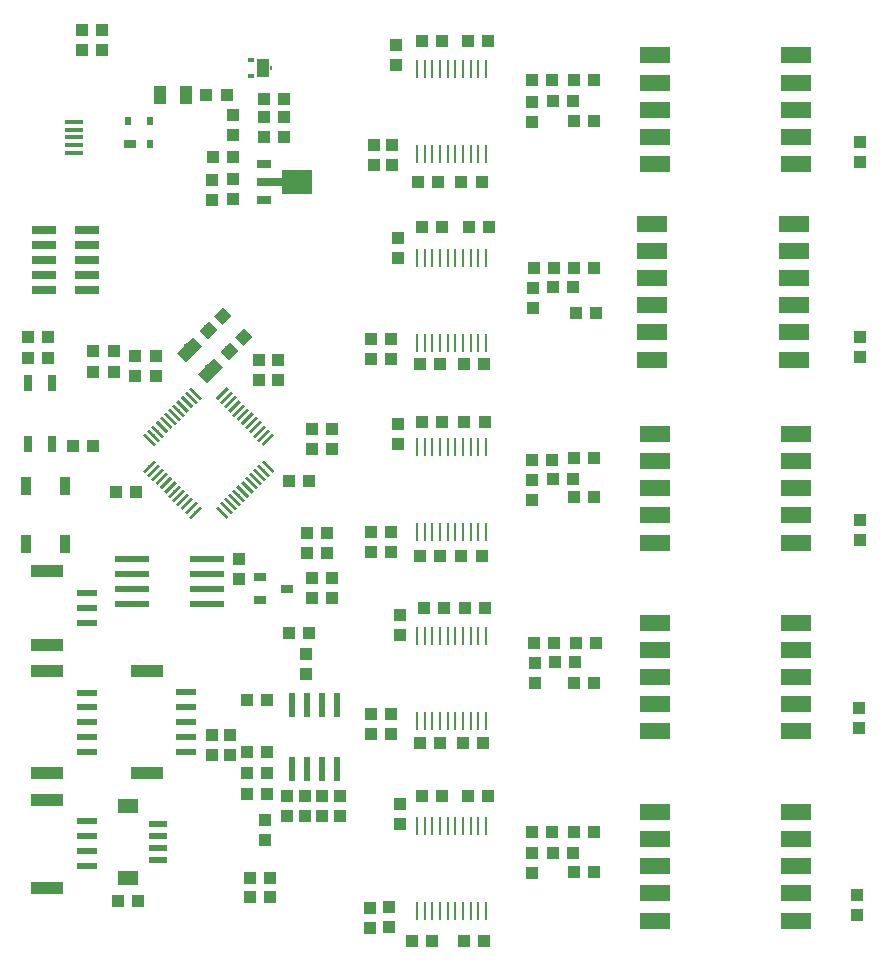
<source format=gbr>
G04 #@! TF.GenerationSoftware,KiCad,Pcbnew,(5.0.0)*
G04 #@! TF.CreationDate,2018-12-31T13:47:14-06:00*
G04 #@! TF.ProjectId,fk-atlas,666B2D61746C61732E6B696361645F70,rev?*
G04 #@! TF.SameCoordinates,Original*
G04 #@! TF.FileFunction,Paste,Top*
G04 #@! TF.FilePolarity,Positive*
%FSLAX46Y46*%
G04 Gerber Fmt 4.6, Leading zero omitted, Abs format (unit mm)*
G04 Created by KiCad (PCBNEW (5.0.0)) date 12/31/18 13:47:14*
%MOMM*%
%LPD*%
G01*
G04 APERTURE LIST*
%ADD10R,1.000000X1.100000*%
%ADD11R,1.100000X1.000000*%
%ADD12R,2.800000X1.000000*%
%ADD13R,1.700000X0.600000*%
%ADD14R,1.800000X1.200000*%
%ADD15R,1.550000X0.600000*%
%ADD16R,1.500000X0.450000*%
%ADD17R,2.500000X1.400000*%
%ADD18R,0.700000X1.450000*%
%ADD19R,0.250000X1.500000*%
%ADD20R,0.900000X1.500000*%
%ADD21C,1.000000*%
%ADD22C,0.100000*%
%ADD23R,1.000000X0.700000*%
%ADD24R,0.600000X0.700000*%
%ADD25R,0.500000X0.400000*%
%ADD26R,1.100000X1.600000*%
%ADD27R,0.250000X0.400000*%
%ADD28R,1.000000X1.500000*%
%ADD29R,2.100000X0.750000*%
%ADD30R,1.050000X0.650000*%
%ADD31C,0.250000*%
%ADD32R,1.200000X0.800000*%
%ADD33R,2.200000X0.800000*%
%ADD34R,2.500000X2.000000*%
%ADD35C,1.100000*%
%ADD36R,3.000000X0.600000*%
%ADD37R,0.600000X2.000000*%
G04 APERTURE END LIST*
D10*
G04 #@! TO.C,D1*
X132588000Y-72859000D03*
X132588000Y-71159000D03*
G04 #@! TD*
D11*
G04 #@! TO.C,R17*
X132666000Y-69215000D03*
X134366000Y-69215000D03*
G04 #@! TD*
D12*
G04 #@! TO.C,J6*
X118615000Y-123656000D03*
X118615000Y-131106000D03*
D13*
X121965000Y-125506000D03*
X121965000Y-126756000D03*
X121965000Y-128006000D03*
X121965000Y-129256000D03*
G04 #@! TD*
D11*
G04 #@! TO.C,C24*
X126326000Y-132207000D03*
X124626000Y-132207000D03*
G04 #@! TD*
D14*
G04 #@! TO.C,J10*
X125419000Y-130304000D03*
X125419000Y-124204000D03*
D15*
X127944000Y-125754000D03*
X127944000Y-126754000D03*
X127944000Y-127754000D03*
X127944000Y-128754000D03*
G04 #@! TD*
D10*
G04 #@! TO.C,C23*
X134112000Y-118149000D03*
X134112000Y-119849000D03*
G04 #@! TD*
G04 #@! TO.C,C22*
X132588000Y-119849000D03*
X132588000Y-118149000D03*
G04 #@! TD*
G04 #@! TO.C,R14*
X141859000Y-125056000D03*
X141859000Y-123356000D03*
G04 #@! TD*
D11*
G04 #@! TO.C,R15*
X137502000Y-131889500D03*
X135802000Y-131889500D03*
G04 #@! TD*
G04 #@! TO.C,R16*
X135802000Y-130302000D03*
X137502000Y-130302000D03*
G04 #@! TD*
D16*
G04 #@! TO.C,J2*
X120904000Y-68894000D03*
X120904000Y-68244000D03*
X120904000Y-66944000D03*
X120904000Y-67594000D03*
X120904000Y-66294000D03*
G04 #@! TD*
D17*
G04 #@! TO.C,U302*
X181799000Y-86402000D03*
X181799000Y-84102000D03*
X181799000Y-81802000D03*
X181799000Y-79502000D03*
X181799000Y-77202000D03*
X169799000Y-77202000D03*
X169799000Y-79502000D03*
X169799000Y-81802000D03*
X169799000Y-84102000D03*
X169799000Y-86402000D03*
X181799000Y-74902000D03*
X169799000Y-74902000D03*
G04 #@! TD*
D11*
G04 #@! TO.C,R204*
X161456000Y-64516000D03*
X163156000Y-64516000D03*
G04 #@! TD*
D12*
G04 #@! TO.C,J5*
X118615000Y-112744000D03*
X118615000Y-121444000D03*
D13*
X121965000Y-114594000D03*
X121965000Y-115844000D03*
X121965000Y-117094000D03*
X121965000Y-118344000D03*
X121965000Y-119594000D03*
G04 #@! TD*
D18*
G04 #@! TO.C,SW1*
X116983000Y-88352000D03*
X116983000Y-93512000D03*
X118983000Y-93512000D03*
X118983000Y-88352000D03*
G04 #@! TD*
D17*
G04 #@! TO.C,U202*
X170027600Y-69850000D03*
X170027600Y-67550000D03*
X170027600Y-65250000D03*
X170027600Y-62950000D03*
X170027600Y-60650000D03*
X182027600Y-60650000D03*
X182027600Y-62950000D03*
X182027600Y-65250000D03*
X182027600Y-67550000D03*
X182027600Y-69850000D03*
G04 #@! TD*
G04 #@! TO.C,U402*
X170027600Y-101896000D03*
X170027600Y-99596000D03*
X170027600Y-97296000D03*
X170027600Y-94996000D03*
X170027600Y-92696000D03*
X182027600Y-92696000D03*
X182027600Y-94996000D03*
X182027600Y-97296000D03*
X182027600Y-99596000D03*
X182027600Y-101896000D03*
G04 #@! TD*
G04 #@! TO.C,U502*
X170022000Y-117882500D03*
X170022000Y-115582500D03*
X170022000Y-113282500D03*
X170022000Y-110982500D03*
X170022000Y-108682500D03*
X182022000Y-108682500D03*
X182022000Y-110982500D03*
X182022000Y-113282500D03*
X182022000Y-115582500D03*
X182022000Y-117882500D03*
G04 #@! TD*
G04 #@! TO.C,U602*
X170022000Y-133900000D03*
X170022000Y-131600000D03*
X170022000Y-129300000D03*
X170022000Y-127000000D03*
X170022000Y-124700000D03*
X182022000Y-124700000D03*
X182022000Y-127000000D03*
X182022000Y-129300000D03*
X182022000Y-131600000D03*
X182022000Y-133900000D03*
G04 #@! TD*
D19*
G04 #@! TO.C,U201*
X149906200Y-68986400D03*
X150556200Y-68986400D03*
X151206200Y-68986400D03*
X151856200Y-68986400D03*
X152506200Y-68986400D03*
X153156200Y-68986400D03*
X153806200Y-68986400D03*
X154456200Y-68986400D03*
X155106200Y-68986400D03*
X155756200Y-68986400D03*
X155756200Y-61786400D03*
X155106200Y-61786400D03*
X154456200Y-61786400D03*
X153806200Y-61786400D03*
X153156200Y-61786400D03*
X152506200Y-61786400D03*
X151856200Y-61786400D03*
X151206200Y-61786400D03*
X150556200Y-61786400D03*
X149906200Y-61786400D03*
G04 #@! TD*
G04 #@! TO.C,U301*
X149912000Y-85013800D03*
X150562000Y-85013800D03*
X151212000Y-85013800D03*
X151862000Y-85013800D03*
X152512000Y-85013800D03*
X153162000Y-85013800D03*
X153812000Y-85013800D03*
X154462000Y-85013800D03*
X155112000Y-85013800D03*
X155762000Y-85013800D03*
X155762000Y-77813800D03*
X155112000Y-77813800D03*
X154462000Y-77813800D03*
X153812000Y-77813800D03*
X153162000Y-77813800D03*
X152512000Y-77813800D03*
X151862000Y-77813800D03*
X151212000Y-77813800D03*
X150562000Y-77813800D03*
X149912000Y-77813800D03*
G04 #@! TD*
G04 #@! TO.C,U401*
X149906200Y-100965000D03*
X150556200Y-100965000D03*
X151206200Y-100965000D03*
X151856200Y-100965000D03*
X152506200Y-100965000D03*
X153156200Y-100965000D03*
X153806200Y-100965000D03*
X154456200Y-100965000D03*
X155106200Y-100965000D03*
X155756200Y-100965000D03*
X155756200Y-93765000D03*
X155106200Y-93765000D03*
X154456200Y-93765000D03*
X153806200Y-93765000D03*
X153156200Y-93765000D03*
X152506200Y-93765000D03*
X151856200Y-93765000D03*
X151206200Y-93765000D03*
X150556200Y-93765000D03*
X149906200Y-93765000D03*
G04 #@! TD*
G04 #@! TO.C,U501*
X149901600Y-116967000D03*
X150551600Y-116967000D03*
X151201600Y-116967000D03*
X151851600Y-116967000D03*
X152501600Y-116967000D03*
X153151600Y-116967000D03*
X153801600Y-116967000D03*
X154451600Y-116967000D03*
X155101600Y-116967000D03*
X155751600Y-116967000D03*
X155751600Y-109767000D03*
X155101600Y-109767000D03*
X154451600Y-109767000D03*
X153801600Y-109767000D03*
X153151600Y-109767000D03*
X152501600Y-109767000D03*
X151851600Y-109767000D03*
X151201600Y-109767000D03*
X150551600Y-109767000D03*
X149901600Y-109767000D03*
G04 #@! TD*
G04 #@! TO.C,U601*
X149901600Y-133107800D03*
X150551600Y-133107800D03*
X151201600Y-133107800D03*
X151851600Y-133107800D03*
X152501600Y-133107800D03*
X153151600Y-133107800D03*
X153801600Y-133107800D03*
X154451600Y-133107800D03*
X155101600Y-133107800D03*
X155751600Y-133107800D03*
X155751600Y-125907800D03*
X155101600Y-125907800D03*
X154451600Y-125907800D03*
X153801600Y-125907800D03*
X153151600Y-125907800D03*
X152501600Y-125907800D03*
X151851600Y-125907800D03*
X151201600Y-125907800D03*
X150551600Y-125907800D03*
X149901600Y-125907800D03*
G04 #@! TD*
D12*
G04 #@! TO.C,J4*
X118615000Y-104342000D03*
X118615000Y-110542000D03*
D13*
X121965000Y-106192000D03*
X121965000Y-107442000D03*
X121965000Y-108692000D03*
G04 #@! TD*
D20*
G04 #@! TO.C,U5*
X116841000Y-102018000D03*
X120141000Y-102018000D03*
X120141000Y-97118000D03*
X116841000Y-97118000D03*
G04 #@! TD*
D10*
G04 #@! TO.C,C1*
X126009400Y-87819600D03*
X126009400Y-86119600D03*
G04 #@! TD*
G04 #@! TO.C,C2*
X127787400Y-87819600D03*
X127787400Y-86119600D03*
G04 #@! TD*
D21*
G04 #@! TO.C,C3*
X133443041Y-82710959D03*
D22*
G36*
X133478396Y-81968497D02*
X134185503Y-82675604D01*
X133407686Y-83453421D01*
X132700579Y-82746314D01*
X133478396Y-81968497D01*
X133478396Y-81968497D01*
G37*
D21*
X132240959Y-83913041D03*
D22*
G36*
X132276314Y-83170579D02*
X132983421Y-83877686D01*
X132205604Y-84655503D01*
X131498497Y-83948396D01*
X132276314Y-83170579D01*
X132276314Y-83170579D01*
G37*
G04 #@! TD*
D21*
G04 #@! TO.C,C4*
X135221041Y-84488959D03*
D22*
G36*
X135256396Y-83746497D02*
X135963503Y-84453604D01*
X135185686Y-85231421D01*
X134478579Y-84524314D01*
X135256396Y-83746497D01*
X135256396Y-83746497D01*
G37*
D21*
X134018959Y-85691041D03*
D22*
G36*
X134054314Y-84948579D02*
X134761421Y-85655686D01*
X133983604Y-86433503D01*
X133276497Y-85726396D01*
X134054314Y-84948579D01*
X134054314Y-84948579D01*
G37*
G04 #@! TD*
D10*
G04 #@! TO.C,C5*
X136525000Y-88165000D03*
X136525000Y-86465000D03*
G04 #@! TD*
G04 #@! TO.C,C6*
X138176000Y-88165000D03*
X138176000Y-86465000D03*
G04 #@! TD*
G04 #@! TO.C,C7*
X124256800Y-87413200D03*
X124256800Y-85713200D03*
G04 #@! TD*
D11*
G04 #@! TO.C,C8*
X126122800Y-97586800D03*
X124422800Y-97586800D03*
G04 #@! TD*
G04 #@! TO.C,C9*
X139104000Y-96647000D03*
X140804000Y-96647000D03*
G04 #@! TD*
D10*
G04 #@! TO.C,C10*
X134366000Y-65698000D03*
X134366000Y-67398000D03*
G04 #@! TD*
D11*
G04 #@! TO.C,C11*
X136967900Y-64312800D03*
X138667900Y-64312800D03*
G04 #@! TD*
G04 #@! TO.C,C12*
X138670400Y-67576700D03*
X136970400Y-67576700D03*
G04 #@! TD*
D10*
G04 #@! TO.C,C13*
X123268309Y-60177421D03*
X123268309Y-58477421D03*
G04 #@! TD*
D11*
G04 #@! TO.C,C14*
X138670400Y-65900300D03*
X136970400Y-65900300D03*
G04 #@! TD*
D10*
G04 #@! TO.C,C15*
X134366000Y-72820000D03*
X134366000Y-71120000D03*
G04 #@! TD*
G04 #@! TO.C,C16*
X134861300Y-105002700D03*
X134861300Y-103302700D03*
G04 #@! TD*
G04 #@! TO.C,C17*
X140525500Y-113054500D03*
X140525500Y-111354500D03*
G04 #@! TD*
G04 #@! TO.C,C18*
X143383000Y-123356000D03*
X143383000Y-125056000D03*
G04 #@! TD*
G04 #@! TO.C,C19*
X140462000Y-123356000D03*
X140462000Y-125056000D03*
G04 #@! TD*
D11*
G04 #@! TO.C,C201*
X155370000Y-71374000D03*
X153670000Y-71374000D03*
G04 #@! TD*
G04 #@! TO.C,C202*
X151726000Y-71374000D03*
X150026000Y-71374000D03*
G04 #@! TD*
G04 #@! TO.C,C203*
X152020600Y-59461400D03*
X150320600Y-59461400D03*
G04 #@! TD*
G04 #@! TO.C,C204*
X154242400Y-59461400D03*
X155942400Y-59461400D03*
G04 #@! TD*
D10*
G04 #@! TO.C,C205*
X148158200Y-61464600D03*
X148158200Y-59764600D03*
G04 #@! TD*
G04 #@! TO.C,C206*
X187452000Y-69684000D03*
X187452000Y-67984000D03*
G04 #@! TD*
D11*
G04 #@! TO.C,C301*
X155575000Y-86741000D03*
X153875000Y-86741000D03*
G04 #@! TD*
G04 #@! TO.C,C302*
X151853000Y-86741000D03*
X150153000Y-86741000D03*
G04 #@! TD*
G04 #@! TO.C,C303*
X151995200Y-75209400D03*
X150295200Y-75209400D03*
G04 #@! TD*
G04 #@! TO.C,C304*
X154267800Y-75209400D03*
X155967800Y-75209400D03*
G04 #@! TD*
D10*
G04 #@! TO.C,C305*
X148336000Y-77812000D03*
X148336000Y-76112000D03*
G04 #@! TD*
G04 #@! TO.C,C306*
X187452000Y-86194000D03*
X187452000Y-84494000D03*
G04 #@! TD*
D11*
G04 #@! TO.C,C401*
X155370000Y-102997000D03*
X153670000Y-102997000D03*
G04 #@! TD*
G04 #@! TO.C,C402*
X151853000Y-102997000D03*
X150153000Y-102997000D03*
G04 #@! TD*
G04 #@! TO.C,C403*
X152056200Y-91694000D03*
X150356200Y-91694000D03*
G04 #@! TD*
G04 #@! TO.C,C404*
X153924000Y-91694000D03*
X155624000Y-91694000D03*
G04 #@! TD*
D10*
G04 #@! TO.C,C405*
X148336000Y-93560000D03*
X148336000Y-91860000D03*
G04 #@! TD*
G04 #@! TO.C,C406*
X187452000Y-101688000D03*
X187452000Y-99988000D03*
G04 #@! TD*
D11*
G04 #@! TO.C,C501*
X155497000Y-118872000D03*
X153797000Y-118872000D03*
G04 #@! TD*
G04 #@! TO.C,C502*
X151853000Y-118872000D03*
X150153000Y-118872000D03*
G04 #@! TD*
G04 #@! TO.C,C503*
X152234000Y-107442000D03*
X150534000Y-107442000D03*
G04 #@! TD*
G04 #@! TO.C,C504*
X153963000Y-107442000D03*
X155663000Y-107442000D03*
G04 #@! TD*
D10*
G04 #@! TO.C,C505*
X148463000Y-109689000D03*
X148463000Y-107989000D03*
G04 #@! TD*
G04 #@! TO.C,C506*
X187325000Y-117563000D03*
X187325000Y-115863000D03*
G04 #@! TD*
D11*
G04 #@! TO.C,C601*
X155599500Y-135628000D03*
X153899500Y-135628000D03*
G04 #@! TD*
G04 #@! TO.C,C602*
X151197500Y-135628000D03*
X149497500Y-135628000D03*
G04 #@! TD*
G04 #@! TO.C,C603*
X152046000Y-123393200D03*
X150346000Y-123393200D03*
G04 #@! TD*
G04 #@! TO.C,C604*
X154252600Y-123393200D03*
X155952600Y-123393200D03*
G04 #@! TD*
D10*
G04 #@! TO.C,C605*
X148463000Y-125691000D03*
X148463000Y-123991000D03*
G04 #@! TD*
G04 #@! TO.C,C606*
X187198000Y-133438000D03*
X187198000Y-131738000D03*
G04 #@! TD*
D11*
G04 #@! TO.C,D4*
X141034400Y-104902000D03*
X142734400Y-104902000D03*
G04 #@! TD*
D23*
G04 #@! TO.C,D5*
X125615000Y-68183000D03*
D24*
X127315000Y-68183000D03*
X127315000Y-66183000D03*
X125415000Y-66183000D03*
G04 #@! TD*
D25*
G04 #@! TO.C,D6*
X135852000Y-61072000D03*
X135852000Y-62372000D03*
D26*
X136902000Y-61722000D03*
D27*
X137577000Y-61722000D03*
G04 #@! TD*
D28*
G04 #@! TO.C,F1*
X130386000Y-64008000D03*
X128186000Y-64008000D03*
G04 #@! TD*
D29*
G04 #@! TO.C,J1*
X118342000Y-80518000D03*
X121942000Y-80518000D03*
X118342000Y-79248000D03*
X121942000Y-79248000D03*
X118342000Y-77978000D03*
X121942000Y-77978000D03*
X118342000Y-76708000D03*
X121942000Y-76708000D03*
X118342000Y-75438000D03*
X121942000Y-75438000D03*
G04 #@! TD*
D10*
G04 #@! TO.C,L1*
X122478800Y-87413200D03*
X122478800Y-85713200D03*
G04 #@! TD*
D11*
G04 #@! TO.C,L2*
X133780000Y-64008000D03*
X132080000Y-64008000D03*
G04 #@! TD*
D30*
G04 #@! TO.C,Q4*
X136628459Y-104843393D03*
X136628459Y-106743393D03*
X138928459Y-105793393D03*
G04 #@! TD*
D11*
G04 #@! TO.C,R1*
X118697594Y-86233000D03*
X116997594Y-86233000D03*
G04 #@! TD*
G04 #@! TO.C,R2*
X118697594Y-84455000D03*
X116997594Y-84455000D03*
G04 #@! TD*
D10*
G04 #@! TO.C,R4*
X140608469Y-101074303D03*
X140608469Y-102774303D03*
G04 #@! TD*
G04 #@! TO.C,R5*
X142262283Y-102774303D03*
X142262283Y-101074303D03*
G04 #@! TD*
D11*
G04 #@! TO.C,R8*
X142723648Y-93980000D03*
X141023648Y-93980000D03*
G04 #@! TD*
G04 #@! TO.C,R9*
X142723648Y-92297298D03*
X141023648Y-92297298D03*
G04 #@! TD*
D10*
G04 #@! TO.C,R10*
X121541109Y-60177421D03*
X121541109Y-58477421D03*
G04 #@! TD*
D11*
G04 #@! TO.C,R11*
X142734400Y-106553000D03*
X141034400Y-106553000D03*
G04 #@! TD*
D10*
G04 #@! TO.C,R12*
X137033000Y-125388000D03*
X137033000Y-127088000D03*
G04 #@! TD*
G04 #@! TO.C,R201*
X159639000Y-64555000D03*
X159639000Y-66255000D03*
G04 #@! TD*
D11*
G04 #@! TO.C,R202*
X159678000Y-62738000D03*
X161378000Y-62738000D03*
G04 #@! TD*
G04 #@! TO.C,R203*
X164934000Y-62738000D03*
X163234000Y-62738000D03*
G04 #@! TD*
G04 #@! TO.C,R205*
X164934000Y-66167000D03*
X163234000Y-66167000D03*
G04 #@! TD*
D10*
G04 #@! TO.C,R301*
X159766000Y-80342000D03*
X159766000Y-82042000D03*
G04 #@! TD*
D11*
G04 #@! TO.C,R302*
X159805000Y-78613000D03*
X161505000Y-78613000D03*
G04 #@! TD*
G04 #@! TO.C,R303*
X164934000Y-78613000D03*
X163234000Y-78613000D03*
G04 #@! TD*
G04 #@! TO.C,R304*
X161456000Y-80264000D03*
X163156000Y-80264000D03*
G04 #@! TD*
G04 #@! TO.C,R305*
X165061000Y-82423000D03*
X163361000Y-82423000D03*
G04 #@! TD*
D10*
G04 #@! TO.C,R401*
X159639000Y-96559000D03*
X159639000Y-98259000D03*
G04 #@! TD*
D11*
G04 #@! TO.C,R402*
X159678000Y-94869000D03*
X161378000Y-94869000D03*
G04 #@! TD*
G04 #@! TO.C,R403*
X164934000Y-94742000D03*
X163234000Y-94742000D03*
G04 #@! TD*
G04 #@! TO.C,R404*
X161456000Y-96520000D03*
X163156000Y-96520000D03*
G04 #@! TD*
G04 #@! TO.C,R405*
X164934000Y-98044000D03*
X163234000Y-98044000D03*
G04 #@! TD*
D10*
G04 #@! TO.C,R501*
X159893000Y-112053000D03*
X159893000Y-113753000D03*
G04 #@! TD*
D11*
G04 #@! TO.C,R502*
X159805000Y-110363000D03*
X161505000Y-110363000D03*
G04 #@! TD*
G04 #@! TO.C,R503*
X165061000Y-110363000D03*
X163361000Y-110363000D03*
G04 #@! TD*
G04 #@! TO.C,R504*
X161583000Y-112014000D03*
X163283000Y-112014000D03*
G04 #@! TD*
G04 #@! TO.C,R505*
X164934000Y-113792000D03*
X163234000Y-113792000D03*
G04 #@! TD*
D10*
G04 #@! TO.C,R601*
X159639000Y-128182000D03*
X159639000Y-129882000D03*
G04 #@! TD*
D11*
G04 #@! TO.C,R602*
X159678000Y-126365000D03*
X161378000Y-126365000D03*
G04 #@! TD*
G04 #@! TO.C,R603*
X164934000Y-126365000D03*
X163234000Y-126365000D03*
G04 #@! TD*
G04 #@! TO.C,R604*
X161456000Y-128143000D03*
X163156000Y-128143000D03*
G04 #@! TD*
G04 #@! TO.C,R605*
X164934000Y-129794000D03*
X163234000Y-129794000D03*
G04 #@! TD*
D31*
G04 #@! TO.C,U2*
X131139129Y-89277042D03*
D22*
G36*
X130591121Y-88905811D02*
X130767898Y-88729034D01*
X131687137Y-89648273D01*
X131510360Y-89825050D01*
X130591121Y-88905811D01*
X130591121Y-88905811D01*
G37*
D31*
X130785576Y-89630595D03*
D22*
G36*
X130237568Y-89259364D02*
X130414345Y-89082587D01*
X131333584Y-90001826D01*
X131156807Y-90178603D01*
X130237568Y-89259364D01*
X130237568Y-89259364D01*
G37*
D31*
X130432022Y-89984149D03*
D22*
G36*
X129884014Y-89612918D02*
X130060791Y-89436141D01*
X130980030Y-90355380D01*
X130803253Y-90532157D01*
X129884014Y-89612918D01*
X129884014Y-89612918D01*
G37*
D31*
X130078469Y-90337702D03*
D22*
G36*
X129530461Y-89966471D02*
X129707238Y-89789694D01*
X130626477Y-90708933D01*
X130449700Y-90885710D01*
X129530461Y-89966471D01*
X129530461Y-89966471D01*
G37*
D31*
X129724916Y-90691255D03*
D22*
G36*
X129176908Y-90320024D02*
X129353685Y-90143247D01*
X130272924Y-91062486D01*
X130096147Y-91239263D01*
X129176908Y-90320024D01*
X129176908Y-90320024D01*
G37*
D31*
X129371362Y-91044809D03*
D22*
G36*
X128823354Y-90673578D02*
X129000131Y-90496801D01*
X129919370Y-91416040D01*
X129742593Y-91592817D01*
X128823354Y-90673578D01*
X128823354Y-90673578D01*
G37*
D31*
X129017809Y-91398362D03*
D22*
G36*
X128469801Y-91027131D02*
X128646578Y-90850354D01*
X129565817Y-91769593D01*
X129389040Y-91946370D01*
X128469801Y-91027131D01*
X128469801Y-91027131D01*
G37*
D31*
X128664255Y-91751916D03*
D22*
G36*
X128116247Y-91380685D02*
X128293024Y-91203908D01*
X129212263Y-92123147D01*
X129035486Y-92299924D01*
X128116247Y-91380685D01*
X128116247Y-91380685D01*
G37*
D31*
X128310702Y-92105469D03*
D22*
G36*
X127762694Y-91734238D02*
X127939471Y-91557461D01*
X128858710Y-92476700D01*
X128681933Y-92653477D01*
X127762694Y-91734238D01*
X127762694Y-91734238D01*
G37*
D31*
X127957149Y-92459022D03*
D22*
G36*
X127409141Y-92087791D02*
X127585918Y-91911014D01*
X128505157Y-92830253D01*
X128328380Y-93007030D01*
X127409141Y-92087791D01*
X127409141Y-92087791D01*
G37*
D31*
X127603595Y-92812576D03*
D22*
G36*
X127055587Y-92441345D02*
X127232364Y-92264568D01*
X128151603Y-93183807D01*
X127974826Y-93360584D01*
X127055587Y-92441345D01*
X127055587Y-92441345D01*
G37*
D31*
X127250042Y-93166129D03*
D22*
G36*
X126702034Y-92794898D02*
X126878811Y-92618121D01*
X127798050Y-93537360D01*
X127621273Y-93714137D01*
X126702034Y-92794898D01*
X126702034Y-92794898D01*
G37*
D31*
X127250042Y-95428871D03*
D22*
G36*
X126878811Y-95976879D02*
X126702034Y-95800102D01*
X127621273Y-94880863D01*
X127798050Y-95057640D01*
X126878811Y-95976879D01*
X126878811Y-95976879D01*
G37*
D31*
X127603595Y-95782424D03*
D22*
G36*
X127232364Y-96330432D02*
X127055587Y-96153655D01*
X127974826Y-95234416D01*
X128151603Y-95411193D01*
X127232364Y-96330432D01*
X127232364Y-96330432D01*
G37*
D31*
X127957149Y-96135978D03*
D22*
G36*
X127585918Y-96683986D02*
X127409141Y-96507209D01*
X128328380Y-95587970D01*
X128505157Y-95764747D01*
X127585918Y-96683986D01*
X127585918Y-96683986D01*
G37*
D31*
X128310702Y-96489531D03*
D22*
G36*
X127939471Y-97037539D02*
X127762694Y-96860762D01*
X128681933Y-95941523D01*
X128858710Y-96118300D01*
X127939471Y-97037539D01*
X127939471Y-97037539D01*
G37*
D31*
X128664255Y-96843084D03*
D22*
G36*
X128293024Y-97391092D02*
X128116247Y-97214315D01*
X129035486Y-96295076D01*
X129212263Y-96471853D01*
X128293024Y-97391092D01*
X128293024Y-97391092D01*
G37*
D31*
X129017809Y-97196638D03*
D22*
G36*
X128646578Y-97744646D02*
X128469801Y-97567869D01*
X129389040Y-96648630D01*
X129565817Y-96825407D01*
X128646578Y-97744646D01*
X128646578Y-97744646D01*
G37*
D31*
X129371362Y-97550191D03*
D22*
G36*
X129000131Y-98098199D02*
X128823354Y-97921422D01*
X129742593Y-97002183D01*
X129919370Y-97178960D01*
X129000131Y-98098199D01*
X129000131Y-98098199D01*
G37*
D31*
X129724916Y-97903745D03*
D22*
G36*
X129353685Y-98451753D02*
X129176908Y-98274976D01*
X130096147Y-97355737D01*
X130272924Y-97532514D01*
X129353685Y-98451753D01*
X129353685Y-98451753D01*
G37*
D31*
X130078469Y-98257298D03*
D22*
G36*
X129707238Y-98805306D02*
X129530461Y-98628529D01*
X130449700Y-97709290D01*
X130626477Y-97886067D01*
X129707238Y-98805306D01*
X129707238Y-98805306D01*
G37*
D31*
X130432022Y-98610851D03*
D22*
G36*
X130060791Y-99158859D02*
X129884014Y-98982082D01*
X130803253Y-98062843D01*
X130980030Y-98239620D01*
X130060791Y-99158859D01*
X130060791Y-99158859D01*
G37*
D31*
X130785576Y-98964405D03*
D22*
G36*
X130414345Y-99512413D02*
X130237568Y-99335636D01*
X131156807Y-98416397D01*
X131333584Y-98593174D01*
X130414345Y-99512413D01*
X130414345Y-99512413D01*
G37*
D31*
X131139129Y-99317958D03*
D22*
G36*
X130767898Y-99865966D02*
X130591121Y-99689189D01*
X131510360Y-98769950D01*
X131687137Y-98946727D01*
X130767898Y-99865966D01*
X130767898Y-99865966D01*
G37*
D31*
X133401871Y-99317958D03*
D22*
G36*
X132853863Y-98946727D02*
X133030640Y-98769950D01*
X133949879Y-99689189D01*
X133773102Y-99865966D01*
X132853863Y-98946727D01*
X132853863Y-98946727D01*
G37*
D31*
X133755424Y-98964405D03*
D22*
G36*
X133207416Y-98593174D02*
X133384193Y-98416397D01*
X134303432Y-99335636D01*
X134126655Y-99512413D01*
X133207416Y-98593174D01*
X133207416Y-98593174D01*
G37*
D31*
X134108978Y-98610851D03*
D22*
G36*
X133560970Y-98239620D02*
X133737747Y-98062843D01*
X134656986Y-98982082D01*
X134480209Y-99158859D01*
X133560970Y-98239620D01*
X133560970Y-98239620D01*
G37*
D31*
X134462531Y-98257298D03*
D22*
G36*
X133914523Y-97886067D02*
X134091300Y-97709290D01*
X135010539Y-98628529D01*
X134833762Y-98805306D01*
X133914523Y-97886067D01*
X133914523Y-97886067D01*
G37*
D31*
X134816084Y-97903745D03*
D22*
G36*
X134268076Y-97532514D02*
X134444853Y-97355737D01*
X135364092Y-98274976D01*
X135187315Y-98451753D01*
X134268076Y-97532514D01*
X134268076Y-97532514D01*
G37*
D31*
X135169638Y-97550191D03*
D22*
G36*
X134621630Y-97178960D02*
X134798407Y-97002183D01*
X135717646Y-97921422D01*
X135540869Y-98098199D01*
X134621630Y-97178960D01*
X134621630Y-97178960D01*
G37*
D31*
X135523191Y-97196638D03*
D22*
G36*
X134975183Y-96825407D02*
X135151960Y-96648630D01*
X136071199Y-97567869D01*
X135894422Y-97744646D01*
X134975183Y-96825407D01*
X134975183Y-96825407D01*
G37*
D31*
X135876745Y-96843084D03*
D22*
G36*
X135328737Y-96471853D02*
X135505514Y-96295076D01*
X136424753Y-97214315D01*
X136247976Y-97391092D01*
X135328737Y-96471853D01*
X135328737Y-96471853D01*
G37*
D31*
X136230298Y-96489531D03*
D22*
G36*
X135682290Y-96118300D02*
X135859067Y-95941523D01*
X136778306Y-96860762D01*
X136601529Y-97037539D01*
X135682290Y-96118300D01*
X135682290Y-96118300D01*
G37*
D31*
X136583851Y-96135978D03*
D22*
G36*
X136035843Y-95764747D02*
X136212620Y-95587970D01*
X137131859Y-96507209D01*
X136955082Y-96683986D01*
X136035843Y-95764747D01*
X136035843Y-95764747D01*
G37*
D31*
X136937405Y-95782424D03*
D22*
G36*
X136389397Y-95411193D02*
X136566174Y-95234416D01*
X137485413Y-96153655D01*
X137308636Y-96330432D01*
X136389397Y-95411193D01*
X136389397Y-95411193D01*
G37*
D31*
X137290958Y-95428871D03*
D22*
G36*
X136742950Y-95057640D02*
X136919727Y-94880863D01*
X137838966Y-95800102D01*
X137662189Y-95976879D01*
X136742950Y-95057640D01*
X136742950Y-95057640D01*
G37*
D31*
X137290958Y-93166129D03*
D22*
G36*
X136919727Y-93714137D02*
X136742950Y-93537360D01*
X137662189Y-92618121D01*
X137838966Y-92794898D01*
X136919727Y-93714137D01*
X136919727Y-93714137D01*
G37*
D31*
X136937405Y-92812576D03*
D22*
G36*
X136566174Y-93360584D02*
X136389397Y-93183807D01*
X137308636Y-92264568D01*
X137485413Y-92441345D01*
X136566174Y-93360584D01*
X136566174Y-93360584D01*
G37*
D31*
X136583851Y-92459022D03*
D22*
G36*
X136212620Y-93007030D02*
X136035843Y-92830253D01*
X136955082Y-91911014D01*
X137131859Y-92087791D01*
X136212620Y-93007030D01*
X136212620Y-93007030D01*
G37*
D31*
X136230298Y-92105469D03*
D22*
G36*
X135859067Y-92653477D02*
X135682290Y-92476700D01*
X136601529Y-91557461D01*
X136778306Y-91734238D01*
X135859067Y-92653477D01*
X135859067Y-92653477D01*
G37*
D31*
X135876745Y-91751916D03*
D22*
G36*
X135505514Y-92299924D02*
X135328737Y-92123147D01*
X136247976Y-91203908D01*
X136424753Y-91380685D01*
X135505514Y-92299924D01*
X135505514Y-92299924D01*
G37*
D31*
X135523191Y-91398362D03*
D22*
G36*
X135151960Y-91946370D02*
X134975183Y-91769593D01*
X135894422Y-90850354D01*
X136071199Y-91027131D01*
X135151960Y-91946370D01*
X135151960Y-91946370D01*
G37*
D31*
X135169638Y-91044809D03*
D22*
G36*
X134798407Y-91592817D02*
X134621630Y-91416040D01*
X135540869Y-90496801D01*
X135717646Y-90673578D01*
X134798407Y-91592817D01*
X134798407Y-91592817D01*
G37*
D31*
X134816084Y-90691255D03*
D22*
G36*
X134444853Y-91239263D02*
X134268076Y-91062486D01*
X135187315Y-90143247D01*
X135364092Y-90320024D01*
X134444853Y-91239263D01*
X134444853Y-91239263D01*
G37*
D31*
X134462531Y-90337702D03*
D22*
G36*
X134091300Y-90885710D02*
X133914523Y-90708933D01*
X134833762Y-89789694D01*
X135010539Y-89966471D01*
X134091300Y-90885710D01*
X134091300Y-90885710D01*
G37*
D31*
X134108978Y-89984149D03*
D22*
G36*
X133737747Y-90532157D02*
X133560970Y-90355380D01*
X134480209Y-89436141D01*
X134656986Y-89612918D01*
X133737747Y-90532157D01*
X133737747Y-90532157D01*
G37*
D31*
X133755424Y-89630595D03*
D22*
G36*
X133384193Y-90178603D02*
X133207416Y-90001826D01*
X134126655Y-89082587D01*
X134303432Y-89259364D01*
X133384193Y-90178603D01*
X133384193Y-90178603D01*
G37*
D31*
X133401871Y-89277042D03*
D22*
G36*
X133030640Y-89825050D02*
X132853863Y-89648273D01*
X133773102Y-88729034D01*
X133949879Y-88905811D01*
X133030640Y-89825050D01*
X133030640Y-89825050D01*
G37*
G04 #@! TD*
D32*
G04 #@! TO.C,U3*
X136934000Y-69874000D03*
D33*
X137434000Y-71374000D03*
D32*
X136934000Y-72874000D03*
D34*
X139784000Y-71374000D03*
G04 #@! TD*
D35*
G04 #@! TO.C,Y1*
X130629734Y-85544734D03*
D22*
G36*
X129569074Y-85827577D02*
X130912577Y-84484074D01*
X131690394Y-85261891D01*
X130346891Y-86605394D01*
X129569074Y-85827577D01*
X129569074Y-85827577D01*
G37*
D35*
X132397500Y-87312500D03*
D22*
G36*
X131336840Y-87595343D02*
X132680343Y-86251840D01*
X133458160Y-87029657D01*
X132114657Y-88373160D01*
X131336840Y-87595343D01*
X131336840Y-87595343D01*
G37*
G04 #@! TD*
D12*
G04 #@! TO.C,J7*
X127022400Y-112737900D03*
X127022400Y-121437900D03*
D13*
X130372400Y-114587900D03*
X130372400Y-115837900D03*
X130372400Y-117087900D03*
X130372400Y-118337900D03*
X130372400Y-119587900D03*
G04 #@! TD*
D36*
G04 #@! TO.C,U1*
X125743100Y-107061000D03*
X125743100Y-105791000D03*
X125743100Y-104521000D03*
X125743100Y-103251000D03*
X132143100Y-103251000D03*
X132143100Y-104521000D03*
X132143100Y-105791000D03*
X132143100Y-107061000D03*
G04 #@! TD*
D11*
G04 #@! TO.C,C20*
X135548000Y-119634000D03*
X137248000Y-119634000D03*
G04 #@! TD*
G04 #@! TO.C,C21*
X137248000Y-121412000D03*
X135548000Y-121412000D03*
G04 #@! TD*
G04 #@! TO.C,R3*
X139040500Y-109537500D03*
X140740500Y-109537500D03*
G04 #@! TD*
G04 #@! TO.C,R6*
X137248000Y-115189000D03*
X135548000Y-115189000D03*
G04 #@! TD*
D10*
G04 #@! TO.C,R7*
X138938000Y-125056000D03*
X138938000Y-123356000D03*
G04 #@! TD*
D37*
G04 #@! TO.C,U4*
X143129000Y-121064000D03*
X141859000Y-121064000D03*
X140589000Y-121064000D03*
X139319000Y-121064000D03*
X139319000Y-115664000D03*
X140589000Y-115664000D03*
X141859000Y-115664000D03*
X143129000Y-115664000D03*
G04 #@! TD*
D11*
G04 #@! TO.C,R13*
X135548000Y-123190000D03*
X137248000Y-123190000D03*
G04 #@! TD*
G04 #@! TO.C,C25*
X122516000Y-93726000D03*
X120816000Y-93726000D03*
G04 #@! TD*
D10*
G04 #@! TO.C,R18*
X147701000Y-118071000D03*
X147701000Y-116371000D03*
G04 #@! TD*
G04 #@! TO.C,R19*
X146050000Y-116371000D03*
X146050000Y-118071000D03*
G04 #@! TD*
G04 #@! TO.C,R20*
X147828000Y-68238000D03*
X147828000Y-69938000D03*
G04 #@! TD*
G04 #@! TO.C,R21*
X146304000Y-69938000D03*
X146304000Y-68238000D03*
G04 #@! TD*
G04 #@! TO.C,R22*
X146050000Y-84621000D03*
X146050000Y-86321000D03*
G04 #@! TD*
G04 #@! TO.C,R23*
X147701000Y-86321000D03*
X147701000Y-84621000D03*
G04 #@! TD*
G04 #@! TO.C,R24*
X146050000Y-102704000D03*
X146050000Y-101004000D03*
G04 #@! TD*
G04 #@! TO.C,R25*
X147701000Y-101004000D03*
X147701000Y-102704000D03*
G04 #@! TD*
G04 #@! TO.C,R26*
X145923000Y-134493000D03*
X145923000Y-132793000D03*
G04 #@! TD*
G04 #@! TO.C,R27*
X147574000Y-132754000D03*
X147574000Y-134454000D03*
G04 #@! TD*
M02*

</source>
